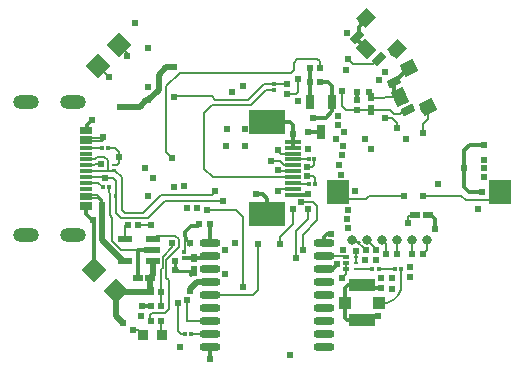
<source format=gbl>
G04 Layer: BottomLayer*
G04 Panelize: , Column: 1, Row: 1, Board Size: 43.14mm x 33.02mm, Panelized Board Size: 43.14mm x 33.02mm*
G04 EasyEDA v6.5.51, 2025-10-17 13:11:11*
G04 f2673ee1f0d542a68775028af259726c,9a4ed40c0dd746429eaf55b84663d2fb,10*
G04 Gerber Generator version 0.2*
G04 Scale: 100 percent, Rotated: No, Reflected: No *
G04 Dimensions in millimeters *
G04 leading zeros omitted , absolute positions ,4 integer and 5 decimal *
%FSLAX45Y45*%
%MOMM*%

%AMMACRO1*21,1,$1,$2,0,0,$3*%
%ADD10C,0.2620*%
%ADD11C,0.1600*%
%ADD12C,0.2000*%
%ADD13C,0.3000*%
%ADD14C,0.4660*%
%ADD15C,0.5000*%
%ADD16MACRO1,1.524X1.524X-44.9993*%
%ADD17MACRO1,1.524X1.524X-45.0007*%
%ADD18C,0.0151*%
%ADD19MACRO1,1.524X1.524X-134.9993*%
%ADD20MACRO1,1.524X1.524X-135.0007*%
%ADD21MACRO1,0.2997X1.0998X90.0000*%
%ADD22MACRO1,0.3023X1.0998X90.0000*%
%ADD23MACRO1,2X1.8X-90.0000*%
%ADD24MACRO1,0.54X0.5656X-90.0000*%
%ADD25MACRO1,0.54X0.5656X90.0000*%
%ADD26MACRO1,0.7X1.25X0.0000*%
%ADD27MACRO1,0.324X0.3031X-90.0000*%
%ADD28R,0.3240X0.3031*%
%ADD29MACRO1,0.324X0.3031X0.0000*%
%ADD30MACRO1,0.27X0.25X0.0000*%
%ADD31MACRO1,0.27X0.25X90.0000*%
%ADD32MACRO1,0.8X0.8X90.0000*%
%ADD33MACRO1,0.49X1.157X-90.0000*%
%ADD34MACRO1,0.49X1.175X-90.0000*%
%ADD35MACRO1,0.324X0.3031X90.0000*%
%ADD36MACRO1,0.3X1.3X90.0000*%
%ADD37MACRO1,2X3X90.0000*%
%ADD38O,1.772996X0.699999*%
%ADD39MACRO1,2.2X1.1X0.0000*%
%ADD40MACRO1,1.05X1X-90.0000*%
%ADD41R,0.4250X0.2800*%
%ADD42MACRO1,0.425X0.28X0.0000*%
%ADD43MACRO1,0.324X0.3685X-90.0000*%
%ADD44MACRO1,0.54X0.7901X-90.0000*%
%ADD45R,0.5400X0.7901*%
%ADD46MACRO1,0.54X0.7901X0.0000*%
%ADD47R,0.3240X0.3684*%
%ADD48MACRO1,0.324X0.3685X0.0000*%
%ADD49R,0.5400X0.5657*%
%ADD50MACRO1,0.54X0.5656X0.0000*%
%ADD51MACRO1,0.7X1.1X134.9985*%
%ADD52MACRO1,0.7X1.1X135.0015*%
%ADD53MACRO1,1.4X1.1X135.0000*%
%ADD54MACRO1,1.15X1.2X135.0009*%
%ADD55MACRO1,0.7X1.1X116.0007*%
%ADD56MACRO1,1.4X1.1X115.9997*%
%ADD57MACRO1,1.15X1.2X115.9997*%
%ADD58C,0.8000*%
%ADD59O,2.199996X1.199998*%
%ADD60C,0.6096*%
%ADD61C,0.6200*%

%LPD*%
D10*
X-164398Y108899D02*
G01*
X-177238Y96060D01*
X-213890Y167098D01*
D11*
X-219605Y36441D02*
G01*
X-213895Y42151D01*
X-213895Y113979D01*
X-213895Y167098D01*
X-483740Y146296D02*
G01*
X-458137Y171899D01*
X-293705Y171899D01*
X-281612Y159806D01*
D12*
X-498015Y-551594D02*
G01*
X-508175Y-541688D01*
X-508175Y-502318D01*
X-488363Y-482506D01*
X-381429Y-482506D01*
X-347647Y-448724D01*
X-347647Y-204960D01*
D13*
X-612185Y-182100D02*
G01*
X-612185Y55796D01*
X-536394Y55796D01*
D14*
X-483740Y51300D02*
G01*
X-488236Y55796D01*
X-536394Y55796D01*
D12*
X-677085Y264507D02*
G01*
X-714474Y264507D01*
X-714474Y146296D01*
X-847270Y491581D02*
G01*
X-847270Y344261D01*
X-827402Y324385D01*
X-827402Y128701D01*
X-754496Y55796D01*
X-536394Y55796D01*
D15*
X-714474Y-43695D02*
G01*
X-732358Y-43695D01*
X-910262Y134208D01*
X-910262Y433923D01*
X-503168Y-182100D02*
G01*
X-483740Y-162671D01*
X-483740Y-43695D01*
X-503171Y-182100D02*
G01*
X-503171Y-269991D01*
X-499534Y-273629D01*
X-499534Y-301658D01*
X-798466Y-301658D01*
X-798466Y-292920D01*
D11*
X281106Y-260713D02*
G01*
X281106Y332689D01*
X221094Y392701D01*
X-25803Y392701D01*
X785695Y52191D02*
G01*
X785695Y181201D01*
X909594Y305094D01*
X909594Y422694D01*
X876289Y455998D01*
X767692Y455998D01*
X731398Y-17409D02*
G01*
X731398Y215699D01*
X832792Y317093D01*
X832792Y402302D01*
X595505Y103802D02*
G01*
X595505Y158386D01*
X706196Y269077D01*
X706196Y401386D01*
X652858Y1459831D02*
G01*
X541860Y1457799D01*
D13*
X962230Y-109888D02*
G01*
X1039700Y-109888D01*
X1079070Y-70518D01*
D12*
X1622043Y-230631D02*
G01*
X1622043Y-230631D01*
X1620812Y-110459D01*
X1433146Y-394114D02*
G01*
X1503172Y-394207D01*
D11*
X-403044Y-671428D02*
G01*
X-411502Y-662970D01*
X-411502Y-551695D01*
D15*
X-758111Y1265013D02*
G01*
X-593011Y1266029D01*
X-538909Y1319877D01*
X-520113Y1319877D01*
D13*
X1241717Y1858746D02*
G01*
X1264920Y1881949D01*
X1264920Y1943354D01*
X1321287Y1999721D01*
X1321287Y2012543D01*
X1562684Y1475554D02*
G01*
X1682193Y1595064D01*
X1687977Y1595064D01*
D12*
X-1045385Y999075D02*
G01*
X-907463Y999075D01*
X-907463Y1011775D01*
D13*
X1148158Y-394114D02*
G01*
X1148158Y-265844D01*
X1170002Y-244000D01*
X1290652Y-244000D01*
X1290652Y-543974D02*
G01*
X1164668Y-543974D01*
X1148158Y-527718D01*
X1148158Y-394114D01*
X1290657Y-243987D02*
G01*
X1314645Y-267977D01*
X1452628Y-267977D01*
X-89004Y271769D02*
G01*
X-103725Y257047D01*
X-160776Y257047D01*
X-213890Y203934D01*
X-213890Y167098D01*
X-138302Y-125917D02*
G01*
X-162608Y-150223D01*
X-162608Y-157513D01*
D12*
X-812467Y770983D02*
G01*
X-785289Y770983D01*
X-769033Y787239D01*
X-769033Y842611D01*
X-769033Y842611D02*
G01*
X-769033Y879949D01*
X-805609Y916271D01*
X-861743Y916271D01*
X-628878Y264413D02*
G01*
X-576577Y263144D01*
X-575045Y261612D01*
X-495297Y261612D01*
X-858187Y581499D02*
G01*
X-858187Y541621D01*
X-842947Y526127D01*
X-842947Y506569D01*
D13*
X-989078Y302254D02*
G01*
X-978100Y291274D01*
X-978100Y-113291D01*
X-1045448Y438960D02*
G01*
X-1047493Y355597D01*
X-994150Y302252D01*
X-989073Y302252D01*
X-1045385Y1048857D02*
G01*
X-1042334Y1051907D01*
X-1042334Y1111575D01*
X-1001773Y1152136D01*
D12*
X1365585Y1343766D02*
G01*
X1373057Y1336294D01*
X1475231Y1336294D01*
X1488823Y1349885D01*
X1607271Y1349885D01*
D13*
X1246202Y1321147D02*
G01*
X1247726Y1391759D01*
X487332Y353903D02*
G01*
X487332Y488027D01*
X448828Y526534D01*
X392940Y526534D01*
X487329Y1133911D02*
G01*
X491337Y1137920D01*
X681227Y1137920D01*
X706627Y1112520D01*
X706627Y1032763D01*
X706681Y968910D02*
G01*
X706630Y968961D01*
X706630Y1032756D01*
X706683Y918926D02*
G01*
X706683Y968913D01*
X1324815Y1754459D02*
G01*
X1241717Y1837557D01*
X1241717Y1858746D01*
X1607271Y1349885D02*
G01*
X1562684Y1394472D01*
X1562684Y1475554D01*
X-219605Y-18422D02*
G01*
X-209463Y-18422D01*
X-207942Y-16901D01*
X-138302Y-16901D01*
D12*
X1149581Y-105801D02*
G01*
X1149581Y-148369D01*
X1116840Y-181109D01*
D11*
X1486489Y1170132D02*
G01*
X1542361Y1170132D01*
X1588264Y1124231D01*
X1588264Y1088890D01*
X706681Y818923D02*
G01*
X812545Y818923D01*
X813064Y818405D01*
X837440Y818405D01*
X706683Y768913D02*
G01*
X627578Y768913D01*
X590710Y805781D01*
X514682Y805781D01*
X706704Y718911D02*
G01*
X586897Y718911D01*
X574296Y731512D01*
D12*
X1149581Y-55811D02*
G01*
X1149581Y-99580D01*
X1142039Y-107121D01*
X1237079Y-5801D02*
G01*
X1235991Y-4714D01*
X1235991Y46194D01*
X1237084Y-55811D02*
G01*
X1237084Y-14655D01*
X1229550Y-7122D01*
X1427736Y-108465D02*
G01*
X1429765Y-110495D01*
X1565429Y-110495D01*
X1237079Y-105801D02*
G01*
X1370208Y-105801D01*
X1372872Y-108465D01*
X1149581Y-5798D02*
G01*
X1143784Y-2D01*
X962304Y-2D01*
X-160449Y-658528D02*
G01*
X78Y-660052D01*
D15*
X-734113Y-567900D02*
G01*
X-798471Y-503539D01*
X-798471Y-292920D01*
D12*
X-1045461Y968923D02*
G01*
X-1035215Y979167D01*
X-911092Y979167D01*
X-907539Y982723D01*
X-907539Y1011674D01*
X-1045448Y488995D02*
G01*
X-945436Y488995D01*
X-910333Y453895D01*
X-910333Y433824D01*
X-1045461Y518972D02*
G01*
X-953571Y518972D01*
X-910333Y475734D01*
X-910333Y433824D01*
X-1045385Y818989D02*
G01*
X-973757Y818989D01*
X-952167Y840579D01*
X-892477Y840579D01*
X-865299Y813655D01*
X-865299Y721707D01*
X-906523Y581398D02*
G01*
X-944029Y618904D01*
X-1045461Y618904D01*
X-1045461Y668837D02*
G01*
X-891346Y668837D01*
X-884171Y661662D01*
X-1045385Y768951D02*
G01*
X-979345Y767935D01*
X-970709Y776571D01*
X-924989Y776571D01*
X-1045461Y919022D02*
G01*
X-1042609Y916170D01*
X-910104Y916170D01*
D13*
X81Y110073D02*
G01*
X-2435Y112590D01*
X-2435Y271772D01*
X-138300Y-16898D02*
G01*
X-16901Y-16898D01*
X-5Y-2D01*
X844306Y1302867D02*
G01*
X847257Y1305819D01*
X847257Y1596009D01*
D11*
X1678863Y1237378D02*
G01*
X1641358Y1237366D01*
X1607139Y1203154D01*
X1559664Y1203154D01*
X1528284Y1234531D01*
X1246207Y1234531D01*
D12*
X-562937Y-670745D02*
G01*
X-609384Y-624298D01*
X-649800Y-624298D01*
X-412671Y-419514D02*
G01*
X-412925Y-301912D01*
D13*
X-499285Y-419511D02*
G01*
X-549826Y-419511D01*
X-550616Y-420301D01*
X-571192Y-420301D01*
D11*
X1246207Y1234531D02*
G01*
X1154257Y1234531D01*
X1114808Y1273980D01*
X1114808Y1399786D01*
D13*
X962230Y110073D02*
G01*
X962230Y160619D01*
X991214Y189603D01*
X1021793Y189603D01*
D12*
X-698698Y1690496D02*
G01*
X-698698Y1720999D01*
X-767595Y1789897D01*
X-853498Y1513497D02*
G01*
X-853498Y1516593D01*
X-947199Y1610293D01*
D15*
X-520113Y1319877D02*
G01*
X-434261Y1405729D01*
X-434261Y1535269D01*
X-370253Y1599277D01*
X-299641Y1599277D01*
D11*
X652858Y1373217D02*
G01*
X731344Y1373217D01*
X745822Y1387695D01*
X745822Y1500725D01*
D13*
X1034366Y1302859D02*
G01*
X1034366Y1444337D01*
X1003378Y1475325D01*
X930988Y1475325D01*
D11*
X933782Y1595975D02*
G01*
X933782Y1648553D01*
X906604Y1672175D01*
X741758Y1672175D01*
X708484Y1638647D01*
X708484Y1578195D01*
X684862Y1554573D01*
X-255953Y1554573D01*
X-371777Y1438749D01*
X-371777Y886045D01*
X-318691Y832959D01*
X541860Y1457799D02*
G01*
X455500Y1457799D01*
X319102Y1321401D01*
X46814Y1321401D01*
X16588Y1351881D01*
X-297355Y1351881D01*
X-304975Y1344007D01*
X706706Y668875D02*
G01*
X23700Y668875D01*
X-46911Y739487D01*
X-46911Y1214721D01*
X21922Y1283301D01*
X347042Y1283301D01*
X473280Y1409539D01*
X541860Y1409539D01*
D13*
X1844299Y347690D02*
G01*
X1874100Y347690D01*
X1903199Y318592D01*
X1903199Y232503D01*
D12*
X1677748Y278985D02*
G01*
X1677748Y330039D01*
X1695274Y347565D01*
X1735406Y347565D01*
D13*
X2153996Y746401D02*
G01*
X2153996Y587700D01*
X2198093Y543603D01*
X2308202Y543603D01*
X2321384Y943449D02*
G01*
X2200226Y943449D01*
X2153998Y897221D01*
X2153998Y746345D01*
D12*
X706617Y568868D02*
G01*
X597656Y568868D01*
X580189Y551400D01*
X706605Y868850D02*
G01*
X602648Y868850D01*
X574499Y896998D01*
D11*
X889081Y613503D02*
G01*
X889081Y665827D01*
X876307Y678604D01*
X825604Y678604D01*
X840818Y613503D02*
G01*
X706706Y613503D01*
X706706Y618837D01*
D13*
X833998Y1049398D02*
G01*
X837430Y1052830D01*
X939297Y1052830D01*
X706704Y518761D02*
G01*
X820244Y518761D01*
X830988Y529506D01*
D11*
X1644982Y508601D02*
G01*
X1347294Y508347D01*
X1322148Y483201D01*
X1148666Y483201D01*
X1082880Y548987D01*
X1806780Y511903D02*
G01*
X2130122Y511903D01*
X2167714Y474057D01*
X2378026Y474057D01*
X2452956Y548987D01*
X1807491Y21887D02*
G01*
X1840565Y54960D01*
X1840565Y139542D01*
X1713565Y139542D02*
G01*
X1711505Y137482D01*
X1711505Y14394D01*
X1587908Y16197D02*
G01*
X1587908Y138198D01*
X1586565Y139542D01*
X1459562Y139539D02*
G01*
X1492196Y106906D01*
X1492196Y16499D01*
X1332565Y139542D02*
G01*
X1410591Y61516D01*
X1410591Y48607D01*
X1205562Y139539D02*
G01*
X1229311Y115790D01*
X1273964Y115790D01*
X1205562Y139539D02*
G01*
X1230858Y139539D01*
X1322397Y48000D01*
D13*
X874600Y1173573D02*
G01*
X982804Y1173573D01*
X1034366Y1225135D01*
X1034366Y1302859D01*
D12*
X1806780Y1042763D02*
G01*
X1806780Y1115915D01*
X1850214Y1159349D01*
X1850214Y1262473D01*
D11*
X1168986Y1668365D02*
G01*
X1214452Y1622899D01*
X1380822Y1622899D01*
X1429082Y1671413D01*
D13*
X612Y-867011D02*
G01*
X-5Y-867011D01*
X-5Y-770003D01*
D12*
X-1045385Y718913D02*
G01*
X-854377Y718913D01*
D15*
X81Y-219872D02*
G01*
X-110970Y-219872D01*
X-168907Y-277809D01*
X-168907Y-291904D01*
D12*
X78Y-330106D02*
G01*
X361774Y-330106D01*
X408764Y-282862D01*
X408764Y104995D01*
X-208711Y-658530D02*
G01*
X-248076Y-658530D01*
X-273606Y-633001D01*
X-273606Y-398711D01*
X81Y-550072D02*
G01*
X-188645Y-550072D01*
X-192300Y-546414D01*
X-192300Y-371406D01*
D11*
X885781Y818484D02*
G01*
X885781Y773777D01*
X868611Y756607D01*
X825908Y756607D01*
D12*
X113362Y470247D02*
G01*
X-380159Y470247D01*
X-526971Y323435D01*
X-754301Y323435D01*
X-794433Y363567D01*
X-794433Y635855D01*
X-820341Y661763D01*
X-884095Y661763D01*
X47322Y550511D02*
G01*
X14556Y517745D01*
X-413687Y517745D01*
X-568373Y363059D01*
X-722043Y363059D01*
X-746173Y387189D01*
X-746173Y667351D01*
X-800529Y721707D01*
X-852599Y721707D01*
D10*
X-138351Y-125890D02*
G01*
X-266875Y-125890D01*
X-297101Y-95664D01*
X-297101Y-44356D01*
D11*
X-412925Y-301912D02*
G01*
X-409877Y-298610D01*
X-409877Y-108110D01*
X-400733Y-98966D01*
X-400733Y-2954D01*
X-318691Y79341D01*
X-318691Y108043D01*
X-347647Y-243974D02*
G01*
X-347647Y-204960D01*
X-368099Y-184500D01*
X-368099Y-28486D01*
X-261033Y78579D01*
X-261033Y146397D01*
X-293799Y171797D01*
D16*
G01*
X-978101Y-113296D03*
D17*
G01*
X-798495Y-292900D03*
D19*
G01*
X-767623Y1789918D03*
D20*
G01*
X-947226Y1610313D03*
D21*
G01*
X-1045382Y488970D03*
G01*
X-1045382Y518942D03*
G01*
X-1045382Y568980D03*
D22*
G01*
X-1045382Y618891D03*
D21*
G01*
X-1045382Y668802D03*
G01*
X-1045382Y718840D03*
G01*
X-1045382Y768878D03*
G01*
X-1045382Y818916D03*
G01*
X-1045382Y868954D03*
G01*
X-1045382Y918992D03*
D22*
G01*
X-1045382Y968903D03*
D21*
G01*
X-1045382Y999002D03*
G01*
X-1045382Y438932D03*
G01*
X-1045382Y408960D03*
G01*
X-1045382Y1048786D03*
D22*
G01*
X-1045382Y1078885D03*
D23*
G01*
X1082898Y545000D03*
G01*
X2452895Y545000D03*
D24*
G01*
X-413015Y-301800D03*
G01*
X-499581Y-301800D03*
D25*
G01*
X-499281Y-419399D03*
G01*
X-412715Y-419399D03*
D26*
G01*
X939297Y1052830D03*
G01*
X1034293Y1302765D03*
G01*
X844301Y1302765D03*
D27*
G01*
X889053Y613498D03*
G01*
X840742Y613498D03*
D28*
G01*
X541809Y1457850D03*
D29*
G01*
X541799Y1409542D03*
D27*
G01*
X885753Y818398D03*
G01*
X837443Y818398D03*
D30*
G01*
X-812467Y728692D03*
G01*
X-812467Y771110D03*
D31*
G01*
X-800402Y506569D03*
G01*
X-842820Y506569D03*
D32*
G01*
X-403042Y-671446D03*
G01*
X-562942Y-670745D03*
D33*
G01*
X-483732Y146296D03*
G01*
X-483732Y51300D03*
G01*
X-483732Y-43695D03*
D34*
G01*
X-714466Y-43695D03*
G01*
X-714466Y146296D03*
D35*
G01*
X-906472Y581499D03*
G01*
X-858161Y581499D03*
D27*
G01*
X-861717Y916271D03*
G01*
X-910028Y916271D03*
D36*
G01*
X706615Y518853D03*
G01*
X706615Y568853D03*
G01*
X706615Y618853D03*
G01*
X706615Y668853D03*
G01*
X706615Y718853D03*
G01*
X706615Y768852D03*
G01*
X706615Y818852D03*
G01*
X706615Y868852D03*
G01*
X706615Y918852D03*
G01*
X706615Y968852D03*
D37*
G01*
X487265Y1133853D03*
G01*
X487268Y353852D03*
D38*
G01*
X2Y-770008D03*
G01*
X2Y-660001D03*
G01*
X2Y-549993D03*
G01*
X2Y-440011D03*
G01*
X2Y-330004D03*
G01*
X2Y-219997D03*
G01*
X2Y-110015D03*
G01*
X2Y-7D03*
G01*
X2Y109999D03*
G01*
X962306Y109999D03*
G01*
X962306Y-7D03*
G01*
X962306Y-110015D03*
G01*
X962306Y-219997D03*
G01*
X962306Y-330004D03*
G01*
X962306Y-440011D03*
G01*
X962306Y-549993D03*
G01*
X962306Y-660001D03*
G01*
X962306Y-770008D03*
D39*
G01*
X1290645Y-243998D03*
D40*
G01*
X1148158Y-394000D03*
D39*
G01*
X1290647Y-544000D03*
D40*
G01*
X1433151Y-394000D03*
D41*
G01*
X1237084Y-5824D03*
G01*
X1237084Y-55811D03*
G01*
X1237084Y-105824D03*
D42*
G01*
X1149579Y-105816D03*
G01*
X1149579Y-55816D03*
G01*
X1149579Y-5816D03*
D43*
G01*
X1427723Y-108457D03*
G01*
X1372880Y-108457D03*
D25*
G01*
X847248Y1595996D03*
G01*
X933814Y1595996D03*
D44*
G01*
X1844301Y347698D03*
G01*
X1735289Y347698D03*
D45*
G01*
X-138300Y-16898D03*
D46*
G01*
X-138300Y-125905D03*
D43*
G01*
X1620255Y-110489D03*
G01*
X1565412Y-110489D03*
D44*
G01*
X-503191Y-182100D03*
G01*
X-612203Y-182100D03*
D27*
G01*
X-160502Y-658621D03*
G01*
X-208813Y-658621D03*
D47*
G01*
X-219605Y-18422D03*
D48*
G01*
X-219600Y36421D03*
D24*
G01*
X-2437Y271780D03*
G01*
X-89002Y271780D03*
D49*
G01*
X652807Y1459882D03*
D50*
G01*
X652797Y1373313D03*
D51*
G01*
X1429109Y1671365D03*
D52*
G01*
X1241725Y1858749D03*
D53*
G01*
X1324811Y1754450D03*
D54*
G01*
X1582905Y1750917D03*
G01*
X1321276Y2012544D03*
D24*
G01*
X931020Y1475346D03*
G01*
X844454Y1475346D03*
D55*
G01*
X1678846Y1237367D03*
G01*
X1562677Y1475549D03*
D56*
G01*
X1607278Y1349882D03*
D57*
G01*
X1850161Y1262514D03*
G01*
X1687964Y1595066D03*
D45*
G01*
X1365582Y1343753D03*
D46*
G01*
X1365585Y1234752D03*
D49*
G01*
X1246202Y1234533D03*
D50*
G01*
X1246205Y1321111D03*
D24*
G01*
X-609672Y264507D03*
G01*
X-696238Y264507D03*
G01*
X-411516Y-551698D03*
G01*
X-498082Y-551698D03*
D58*
G01*
X1460756Y137838D03*
G01*
X1587756Y137838D03*
G01*
X1714756Y137838D03*
G01*
X1841756Y137838D03*
G01*
X1333756Y137838D03*
G01*
X1206756Y137838D03*
D12*
G75*
G01*
X1508252Y-392430D02*
G03*
X1621658Y-230657I-41649J149833D01*
D59*
G01*
X-1160447Y181907D03*
G01*
X-1560446Y181907D03*
G01*
X-1160447Y1305882D03*
G01*
X-1560446Y1305882D03*
D58*
G01*
X1562254Y1730265D03*
G01*
X1300609Y1991885D03*
G01*
X1823900Y1249697D03*
G01*
X1661695Y1582234D03*
D60*
G01*
X-520113Y1319979D03*
G01*
X1903199Y232503D03*
G01*
X-526463Y1764225D03*
G01*
X-758111Y1265115D03*
G01*
X-523669Y1429453D03*
G01*
X277954Y1440121D03*
G01*
X187784Y1391861D03*
G01*
X-299641Y1599379D03*
G01*
X-304975Y1344109D03*
G01*
X-853488Y1513502D03*
G01*
X-698700Y1690489D03*
G01*
X-631111Y1972657D03*
G01*
X-1001773Y1152136D03*
G01*
X1114808Y1399786D03*
G01*
X1486486Y1170119D03*
G01*
X1588264Y1088890D03*
G01*
X1806907Y511802D03*
G01*
X-925065Y776470D03*
G01*
X-884171Y661662D03*
G01*
X47398Y550486D03*
G01*
X113286Y470146D03*
G01*
X-910333Y433824D03*
G01*
X-907539Y1011674D03*
G01*
X-734108Y-567900D03*
G01*
X-649805Y-624288D03*
G01*
X-273606Y-398711D03*
G01*
X212702Y113987D03*
G01*
X125402Y48887D03*
G01*
X-192300Y-371406D03*
G01*
X408891Y104995D03*
G01*
X731395Y-17406D03*
G01*
X832792Y402302D03*
G01*
X281104Y-260713D03*
G01*
X-25803Y392701D03*
G01*
X1116840Y-181109D03*
G01*
X1127991Y56100D03*
G01*
X1232689Y553788D03*
G01*
X1165506Y394200D03*
G01*
X1165202Y313809D03*
G01*
X-545335Y748276D03*
G01*
X-478203Y661205D03*
G01*
X-218691Y592320D03*
G01*
X-307591Y589272D03*
G01*
X825604Y678604D03*
G01*
X767692Y455998D03*
G01*
X574296Y731512D03*
G01*
X706198Y401388D03*
G01*
X514682Y805781D03*
G01*
X825908Y756607D03*
G01*
X-318767Y832858D03*
G01*
X2308202Y543603D03*
G01*
X2321384Y943500D03*
G01*
X2153998Y746396D03*
G01*
X1108204Y691202D03*
G01*
X1093802Y774590D03*
G01*
X1116586Y855286D03*
G01*
X1069494Y995088D03*
G01*
X1088697Y1188585D03*
G01*
X1087198Y1111496D03*
G01*
X140972Y1076952D03*
G01*
X134114Y931410D03*
G01*
X300230Y1080508D03*
G01*
X296674Y931410D03*
G01*
X1148336Y1573268D03*
G01*
X1486486Y1555488D03*
G01*
X745797Y1500598D03*
G01*
X706630Y1032756D03*
G01*
X392940Y526534D03*
G01*
X749302Y1309616D03*
G01*
X1431902Y1493385D03*
G01*
X1247726Y1391759D03*
G01*
X1157556Y1892139D03*
G01*
X1313690Y992700D03*
G01*
X874499Y1173599D03*
G01*
X2318133Y817872D03*
G01*
X2273708Y399610D03*
G01*
X1677621Y279087D03*
G01*
X1235991Y46194D03*
G01*
X-989073Y302252D03*
G01*
X-1013711Y-135389D03*
G01*
X-769109Y842510D03*
G01*
X-495297Y261612D03*
G01*
X612Y-867011D03*
G01*
X830099Y903292D03*
G01*
X1368300Y907788D03*
G01*
X1078994Y-70619D03*
G01*
X1452628Y-267977D03*
G01*
X1021793Y189603D03*
G01*
X2321943Y742942D03*
G01*
X2323238Y667504D03*
G01*
X1346964Y1389118D03*
G01*
X1170586Y236999D03*
G01*
X1314198Y-32519D03*
G01*
X1402844Y-30233D03*
G01*
X1452882Y-181617D03*
G01*
X1543052Y-183649D03*
G01*
X1696468Y-178061D03*
G01*
X1694436Y-88653D03*
G01*
X1541274Y-280423D03*
G01*
X1425450Y-505213D03*
G01*
X1148158Y-394114D03*
G01*
X1290652Y-543974D03*
G01*
X1290652Y-244000D03*
G01*
X785700Y52189D03*
G01*
X595505Y103802D03*
G01*
X-168907Y-291904D03*
G01*
X-318589Y107993D03*
D61*
G01*
X-536394Y55796D03*
G01*
X-571192Y-420301D03*
D60*
G01*
X680392Y-835210D03*
G01*
X1930783Y614494D03*
G01*
X574499Y896993D03*
G01*
X830988Y529506D03*
G01*
X834011Y1049393D03*
G01*
X580189Y551400D03*
G01*
X1659206Y991201D03*
G01*
X1644906Y508500D03*
G01*
X1807491Y21887D03*
G01*
X1711505Y14394D03*
G01*
X1587908Y16197D03*
G01*
X1492201Y16502D03*
G01*
X1410591Y48607D03*
G01*
X1322402Y47998D03*
G01*
X1806907Y1042789D03*
G01*
X1169088Y1668289D03*
D61*
G01*
X-581403Y-502495D03*
D60*
G01*
X124792Y-149410D03*
G01*
X-526488Y507306D03*
G01*
X-196796Y411294D03*
G01*
X-106499Y405604D03*
G01*
X1127686Y935702D03*
G01*
X1134950Y1052415D03*
D61*
G01*
X-256207Y-773412D03*
G01*
X-164386Y108907D03*
G01*
X-296999Y-44406D03*
G01*
X-295805Y-120302D03*
M02*

</source>
